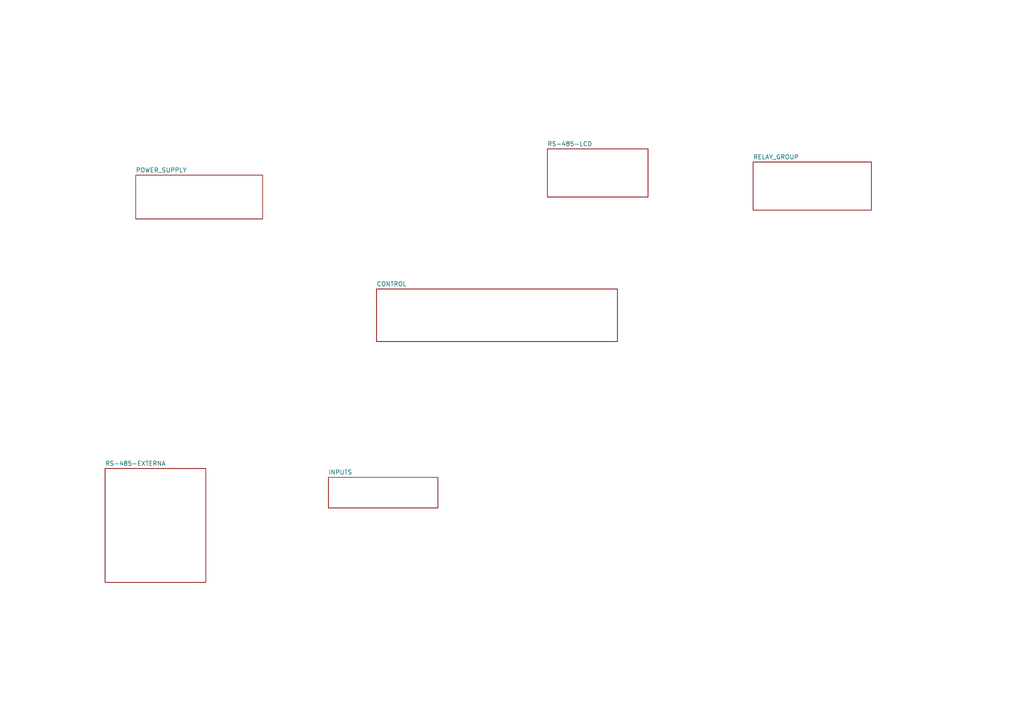
<source format=kicad_sch>
(kicad_sch (version 20230121) (generator eeschema)

  (uuid fbf2e152-4dd6-48fd-bbd2-0fabd7a173fd)

  (paper "A4")

  (lib_symbols
  )


  (sheet (at 95.25 138.43) (size 31.75 8.89) (fields_autoplaced)
    (stroke (width 0.1524) (type solid))
    (fill (color 0 0 0 0.0000))
    (uuid 054f6b74-88b3-43de-9dfd-a167a9a71e86)
    (property "Sheetname" "INPUTS" (at 95.25 137.7184 0)
      (effects (font (size 1.27 1.27)) (justify left bottom))
    )
    (property "Sheetfile" "INPUTS.kicad_sch" (at 95.25 147.9046 0)
      (effects (font (size 1.27 1.27)) (justify left top) hide)
    )
    (instances
      (project "proyeto"
        (path "/b66868b8-c283-4ef1-82e8-af9f092560ee/a72b2232-0de7-4df7-b592-ee0f1cdb2f92" (page "4"))
      )
    )
  )

  (sheet (at 158.75 43.18) (size 29.21 13.97) (fields_autoplaced)
    (stroke (width 0.1524) (type solid))
    (fill (color 0 0 0 0.0000))
    (uuid 80608ede-77c7-4a61-892f-36dbc3009587)
    (property "Sheetname" "RS-485-LCD" (at 158.75 42.4684 0)
      (effects (font (size 1.27 1.27)) (justify left bottom))
    )
    (property "Sheetfile" "RS-485-LCD.kicad_sch" (at 158.75 57.7346 0)
      (effects (font (size 1.27 1.27)) (justify left top) hide)
    )
    (instances
      (project "proyeto"
        (path "/b66868b8-c283-4ef1-82e8-af9f092560ee/a72b2232-0de7-4df7-b592-ee0f1cdb2f92" (page "7"))
      )
    )
  )

  (sheet (at 30.48 135.89) (size 29.21 33.02) (fields_autoplaced)
    (stroke (width 0.1524) (type solid))
    (fill (color 0 0 0 0.0000))
    (uuid 8f3560d8-3953-414c-92c5-d637211a2832)
    (property "Sheetname" "RS-485-EXTERNA" (at 30.48 135.1784 0)
      (effects (font (size 1.27 1.27)) (justify left bottom))
    )
    (property "Sheetfile" "RS-485-EXTERNA.kicad_sch" (at 30.48 169.4946 0)
      (effects (font (size 1.27 1.27)) (justify left top) hide)
    )
    (instances
      (project "proyeto"
        (path "/b66868b8-c283-4ef1-82e8-af9f092560ee/a72b2232-0de7-4df7-b592-ee0f1cdb2f92" (page "5"))
      )
    )
  )

  (sheet (at 39.37 50.8) (size 36.83 12.7) (fields_autoplaced)
    (stroke (width 0.1524) (type solid))
    (fill (color 0 0 0 0.0000))
    (uuid b3a931b2-a60c-4846-a833-11de45869d7b)
    (property "Sheetname" "POWER_SUPPLY" (at 39.37 50.0884 0)
      (effects (font (size 1.27 1.27)) (justify left bottom))
    )
    (property "Sheetfile" "POWER_SUPPLY.kicad_sch" (at 39.37 64.0846 0)
      (effects (font (size 1.27 1.27)) (justify left top) hide)
    )
    (instances
      (project "proyeto"
        (path "/b66868b8-c283-4ef1-82e8-af9f092560ee/a72b2232-0de7-4df7-b592-ee0f1cdb2f92" (page "6"))
      )
    )
  )

  (sheet (at 109.22 83.82) (size 69.85 15.24) (fields_autoplaced)
    (stroke (width 0.1524) (type solid))
    (fill (color 0 0 0 0.0000))
    (uuid d24c5959-2bdf-4ab6-b5c0-23df217a7942)
    (property "Sheetname" "CONTROL" (at 109.22 83.1084 0)
      (effects (font (size 1.27 1.27)) (justify left bottom))
    )
    (property "Sheetfile" "CONTROL.kicad_sch" (at 109.22 99.6446 0)
      (effects (font (size 1.27 1.27)) (justify left top) hide)
    )
    (instances
      (project "proyeto"
        (path "/b66868b8-c283-4ef1-82e8-af9f092560ee/a72b2232-0de7-4df7-b592-ee0f1cdb2f92" (page "3"))
      )
    )
  )

  (sheet (at 218.44 46.99) (size 34.29 13.97) (fields_autoplaced)
    (stroke (width 0.1524) (type solid))
    (fill (color 0 0 0 0.0000))
    (uuid f3562a09-3121-448b-b7e2-daabfc7993ff)
    (property "Sheetname" "RELAY_GROUP" (at 218.44 46.2784 0)
      (effects (font (size 1.27 1.27)) (justify left bottom))
    )
    (property "Sheetfile" "RELAY_GROUP.kicad_sch" (at 218.44 61.5446 0)
      (effects (font (size 1.27 1.27)) (justify left top) hide)
    )
    (instances
      (project "proyeto"
        (path "/b66868b8-c283-4ef1-82e8-af9f092560ee/a72b2232-0de7-4df7-b592-ee0f1cdb2f92" (page "8"))
      )
    )
  )
)

</source>
